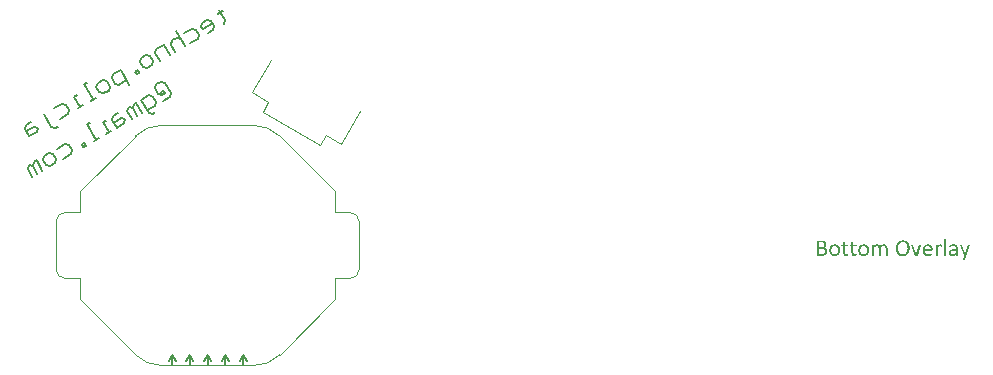
<source format=gbo>
G04*
G04 #@! TF.GenerationSoftware,Altium Limited,Altium Designer,20.1.14 (287)*
G04*
G04 Layer_Color=32896*
%FSLAX44Y44*%
%MOMM*%
G71*
G04*
G04 #@! TF.SameCoordinates,555A517A-9F76-4A69-B8FD-E90865B7C856*
G04*
G04*
G04 #@! TF.FilePolarity,Positive*
G04*
G01*
G75*
%ADD10C,0.1500*%
%ADD14C,0.1000*%
%ADD31C,0.2000*%
G36*
X620591Y-29103D02*
X620614D01*
X620683Y-29126D01*
X620799Y-29150D01*
X620915Y-29173D01*
X620938D01*
X621030Y-29196D01*
X621123Y-29219D01*
X621239Y-29265D01*
X621262D01*
X621331Y-29288D01*
X621400Y-29311D01*
X621447Y-29358D01*
X621470D01*
X621493Y-29381D01*
X621539Y-29450D01*
X621562Y-29474D01*
Y-29566D01*
Y-29589D01*
X621586Y-29612D01*
Y-29682D01*
Y-29774D01*
Y-29797D01*
X621609Y-29867D01*
Y-29959D01*
Y-30121D01*
Y-30168D01*
Y-30260D01*
Y-30376D01*
X621586Y-30492D01*
Y-30515D01*
Y-30561D01*
X621539Y-30723D01*
Y-30746D01*
X621516Y-30769D01*
X621470Y-30862D01*
X621447Y-30885D01*
X621354Y-30908D01*
X621285D01*
X621146Y-30862D01*
X621123D01*
X621077Y-30839D01*
X620984Y-30793D01*
X620891Y-30769D01*
X620868D01*
X620799Y-30746D01*
X620706Y-30700D01*
X620568Y-30677D01*
X620544D01*
X620452Y-30654D01*
X620313Y-30631D01*
X620128D01*
X620012Y-30654D01*
X619873Y-30677D01*
X619688Y-30746D01*
X619642Y-30769D01*
X619549Y-30816D01*
X619387Y-30931D01*
X619179Y-31070D01*
X619133Y-31116D01*
X619017Y-31232D01*
X618832Y-31440D01*
X618624Y-31695D01*
X618601Y-31718D01*
X618577Y-31764D01*
X618508Y-31834D01*
X618439Y-31949D01*
X618346Y-32088D01*
X618254Y-32250D01*
X617999Y-32620D01*
Y-38544D01*
Y-38567D01*
Y-38590D01*
X617953Y-38683D01*
X617930Y-38706D01*
X617814Y-38776D01*
X617791D01*
X617744Y-38799D01*
X617675D01*
X617559Y-38822D01*
X617467D01*
X617328Y-38845D01*
X616888D01*
X616749Y-38822D01*
X616726D01*
X616680Y-38799D01*
X616518Y-38776D01*
X616495D01*
X616472Y-38752D01*
X616379Y-38683D01*
Y-38637D01*
X616356Y-38544D01*
Y-29543D01*
Y-29520D01*
Y-29497D01*
X616379Y-29404D01*
X616402Y-29381D01*
X616449Y-29335D01*
X616495Y-29311D01*
X616518D01*
X616564Y-29288D01*
X616634Y-29265D01*
X616726Y-29242D01*
X616749D01*
X616819Y-29219D01*
X617328D01*
X617444Y-29242D01*
X617467D01*
X617536Y-29265D01*
X617606Y-29288D01*
X617675Y-29311D01*
X617698D01*
X617721Y-29335D01*
X617768Y-29358D01*
X617791Y-29404D01*
X617814Y-29427D01*
X617837Y-29543D01*
Y-30862D01*
X617860Y-30839D01*
X617906Y-30769D01*
X617976Y-30677D01*
X618068Y-30538D01*
X618277Y-30260D01*
X618531Y-29983D01*
X618554Y-29959D01*
X618577Y-29913D01*
X618740Y-29774D01*
X618925Y-29612D01*
X619133Y-29450D01*
X619156D01*
X619179Y-29427D01*
X619318Y-29335D01*
X619503Y-29242D01*
X619711Y-29173D01*
X619734D01*
X619758Y-29150D01*
X619896Y-29126D01*
X620082Y-29103D01*
X620290Y-29080D01*
X620475D01*
X620591Y-29103D01*
D02*
G37*
G36*
X572924Y-29103D02*
X573132Y-29127D01*
X573363Y-29150D01*
X573618Y-29219D01*
X573849Y-29288D01*
X574080Y-29404D01*
X574104Y-29427D01*
X574173Y-29450D01*
X574289Y-29520D01*
X574427Y-29612D01*
X574566Y-29728D01*
X574728Y-29867D01*
X574890Y-30029D01*
X575029Y-30214D01*
X575052Y-30237D01*
X575099Y-30307D01*
X575145Y-30422D01*
X575237Y-30561D01*
X575330Y-30723D01*
X575399Y-30931D01*
X575492Y-31163D01*
X575561Y-31417D01*
Y-31440D01*
X575584Y-31533D01*
X575608Y-31672D01*
X575654Y-31857D01*
X575677Y-32065D01*
X575700Y-32297D01*
X575723Y-32852D01*
Y-38544D01*
Y-38567D01*
Y-38591D01*
X575677Y-38683D01*
X575654Y-38706D01*
X575538Y-38776D01*
X575515D01*
X575469Y-38799D01*
X575399D01*
X575284Y-38822D01*
X575168D01*
X575052Y-38845D01*
X574613D01*
X574474Y-38822D01*
X574451D01*
X574381Y-38799D01*
X574289D01*
X574219Y-38776D01*
X574196D01*
X574173Y-38752D01*
X574080Y-38683D01*
Y-38637D01*
X574057Y-38544D01*
Y-33083D01*
Y-33060D01*
Y-32991D01*
Y-32875D01*
X574034Y-32736D01*
X574011Y-32389D01*
X573942Y-32042D01*
Y-32019D01*
X573918Y-31950D01*
X573895Y-31880D01*
X573872Y-31764D01*
X573756Y-31487D01*
X573618Y-31232D01*
Y-31209D01*
X573571Y-31163D01*
X573479Y-31024D01*
X573294Y-30862D01*
X573062Y-30700D01*
X573039D01*
X572993Y-30677D01*
X572924Y-30631D01*
X572831Y-30607D01*
X572576Y-30538D01*
X572276Y-30515D01*
X572183D01*
X572067Y-30538D01*
X571905Y-30561D01*
X571743Y-30631D01*
X571535Y-30700D01*
X571327Y-30816D01*
X571119Y-30978D01*
X571096Y-31001D01*
X571026Y-31047D01*
X570910Y-31163D01*
X570748Y-31302D01*
X570563Y-31487D01*
X570355Y-31695D01*
X570124Y-31950D01*
X569869Y-32250D01*
Y-38544D01*
Y-38567D01*
Y-38591D01*
X569823Y-38683D01*
X569800Y-38706D01*
X569684Y-38776D01*
X569661D01*
X569614Y-38799D01*
X569545D01*
X569429Y-38822D01*
X569314D01*
X569198Y-38845D01*
X568782D01*
X568643Y-38822D01*
X568619D01*
X568550Y-38799D01*
X568458D01*
X568388Y-38776D01*
X568365D01*
X568342Y-38752D01*
X568249Y-38683D01*
Y-38637D01*
X568226Y-38544D01*
Y-33083D01*
Y-33060D01*
Y-32991D01*
Y-32875D01*
X568203Y-32736D01*
X568180Y-32389D01*
X568111Y-32042D01*
Y-32019D01*
X568087Y-31950D01*
X568064Y-31880D01*
X568018Y-31764D01*
X567925Y-31487D01*
X567763Y-31232D01*
Y-31209D01*
X567717Y-31163D01*
X567625Y-31024D01*
X567439Y-30862D01*
X567208Y-30700D01*
X567185D01*
X567162Y-30677D01*
X567092Y-30631D01*
X567000Y-30607D01*
X566745Y-30538D01*
X566421Y-30515D01*
X566329D01*
X566213Y-30538D01*
X566051Y-30561D01*
X565889Y-30631D01*
X565681Y-30700D01*
X565473Y-30816D01*
X565264Y-30978D01*
X565241Y-31001D01*
X565172Y-31047D01*
X565056Y-31163D01*
X564894Y-31302D01*
X564709Y-31487D01*
X564501Y-31695D01*
X564269Y-31950D01*
X564015Y-32250D01*
Y-38544D01*
Y-38567D01*
Y-38591D01*
X563969Y-38683D01*
X563945Y-38706D01*
X563830Y-38776D01*
X563806D01*
X563760Y-38799D01*
X563691D01*
X563575Y-38822D01*
X563483D01*
X563344Y-38845D01*
X562904D01*
X562765Y-38822D01*
X562742D01*
X562696Y-38799D01*
X562534Y-38776D01*
X562511D01*
X562488Y-38752D01*
X562395Y-38683D01*
Y-38637D01*
X562372Y-38544D01*
Y-29543D01*
Y-29520D01*
Y-29497D01*
X562395Y-29404D01*
X562418Y-29381D01*
X562464Y-29335D01*
X562511Y-29312D01*
X562534D01*
X562580Y-29288D01*
X562650Y-29265D01*
X562742Y-29242D01*
X562765D01*
X562835Y-29219D01*
X563344D01*
X563460Y-29242D01*
X563483D01*
X563552Y-29265D01*
X563621Y-29288D01*
X563691Y-29312D01*
X563714D01*
X563737Y-29335D01*
X563783Y-29358D01*
X563806Y-29404D01*
X563830Y-29427D01*
X563853Y-29543D01*
Y-30723D01*
X563876Y-30677D01*
X563992Y-30584D01*
X564131Y-30445D01*
X564316Y-30260D01*
X564524Y-30052D01*
X564778Y-29844D01*
X565033Y-29659D01*
X565311Y-29497D01*
X565334Y-29474D01*
X565426Y-29427D01*
X565588Y-29358D01*
X565773Y-29288D01*
X565982Y-29219D01*
X566236Y-29150D01*
X566491Y-29103D01*
X566768Y-29080D01*
X566977D01*
X567092Y-29103D01*
X567416Y-29127D01*
X567763Y-29219D01*
X567786D01*
X567833Y-29242D01*
X567925Y-29265D01*
X568041Y-29312D01*
X568296Y-29427D01*
X568550Y-29589D01*
X568573D01*
X568619Y-29636D01*
X568758Y-29751D01*
X568943Y-29913D01*
X569129Y-30145D01*
X569152Y-30168D01*
X569175Y-30191D01*
X569221Y-30260D01*
X569267Y-30353D01*
X569406Y-30584D01*
X569545Y-30862D01*
X569568Y-30839D01*
X569614Y-30769D01*
X569707Y-30700D01*
X569823Y-30584D01*
X570077Y-30307D01*
X570378Y-30052D01*
X570401Y-30029D01*
X570448Y-29983D01*
X570540Y-29936D01*
X570633Y-29844D01*
X570887Y-29682D01*
X571165Y-29497D01*
X571188D01*
X571234Y-29450D01*
X571304Y-29427D01*
X571396Y-29381D01*
X571651Y-29288D01*
X571905Y-29196D01*
X571928D01*
X571975Y-29173D01*
X572044Y-29150D01*
X572137Y-29127D01*
X572345Y-29103D01*
X572623Y-29080D01*
X572761D01*
X572924Y-29103D01*
D02*
G37*
G36*
X644910Y-29242D02*
X645049Y-29265D01*
X645072D01*
X645142Y-29288D01*
X645234Y-29311D01*
X645303Y-29358D01*
X645327Y-29381D01*
X645350Y-29404D01*
X645373Y-29474D01*
X645396Y-29543D01*
Y-29566D01*
Y-29612D01*
X645373Y-29728D01*
X645327Y-29844D01*
X642110Y-38776D01*
X640907Y-42061D01*
X640884Y-42084D01*
X640838Y-42154D01*
X640745Y-42246D01*
X640583Y-42316D01*
X640537Y-42339D01*
X640398Y-42362D01*
X640305Y-42385D01*
X640190D01*
X640028Y-42408D01*
X639704D01*
X639565Y-42385D01*
X639426Y-42362D01*
X639403D01*
X639357Y-42339D01*
X639195Y-42270D01*
X639172D01*
X639148Y-42223D01*
X639102Y-42200D01*
X639079Y-42131D01*
Y-42108D01*
Y-42061D01*
X639102Y-41992D01*
X639148Y-41899D01*
X640375Y-38776D01*
X640329Y-38752D01*
X640282Y-38706D01*
X640213Y-38660D01*
Y-38637D01*
X640167Y-38590D01*
X640097Y-38475D01*
X636904Y-29867D01*
X636881Y-29821D01*
X636858Y-29751D01*
X636834Y-29636D01*
X636811Y-29543D01*
Y-29520D01*
Y-29474D01*
X636834Y-29404D01*
X636881Y-29358D01*
X636904Y-29335D01*
X636950Y-29311D01*
X637043Y-29288D01*
X637158Y-29265D01*
X637182D01*
X637297Y-29242D01*
X637436Y-29219D01*
X637968D01*
X638107Y-29242D01*
X638130D01*
X638200Y-29265D01*
X638292Y-29288D01*
X638362Y-29311D01*
X638385D01*
X638431Y-29335D01*
X638477Y-29358D01*
X638524Y-29427D01*
Y-29450D01*
X638547Y-29474D01*
X638616Y-29612D01*
X641185Y-36832D01*
X641208D01*
X643707Y-29589D01*
Y-29566D01*
X643730Y-29474D01*
X643776Y-29404D01*
X643823Y-29335D01*
X643846D01*
X643892Y-29311D01*
X643961Y-29288D01*
X644077Y-29265D01*
X644123D01*
X644216Y-29242D01*
X644378Y-29219D01*
X644748D01*
X644910Y-29242D01*
D02*
G37*
G36*
X603907D02*
X604000D01*
X604138Y-29288D01*
X604162D01*
X604185Y-29311D01*
X604231Y-29358D01*
X604254Y-29404D01*
X604277Y-29427D01*
X604300Y-29520D01*
Y-29543D01*
X604277Y-29612D01*
Y-29636D01*
Y-29705D01*
Y-29728D01*
X604254Y-29821D01*
X604231Y-29844D01*
X604208Y-29936D01*
X601153Y-38498D01*
Y-38521D01*
X601130Y-38567D01*
X601038Y-38683D01*
X601015D01*
X600992Y-38729D01*
X600922Y-38752D01*
X600830Y-38776D01*
X600806D01*
X600737Y-38799D01*
X600644D01*
X600506Y-38822D01*
X600367D01*
X600228Y-38845D01*
X599673D01*
X599511Y-38822D01*
X599487D01*
X599395Y-38799D01*
X599302D01*
X599187Y-38776D01*
X599164D01*
X599117Y-38752D01*
X599002Y-38660D01*
Y-38637D01*
X598955Y-38614D01*
X598886Y-38498D01*
X595831Y-29936D01*
Y-29913D01*
X595808Y-29867D01*
X595762Y-29728D01*
Y-29705D01*
Y-29682D01*
X595739Y-29589D01*
Y-29566D01*
Y-29520D01*
Y-29497D01*
Y-29474D01*
X595762Y-29381D01*
Y-29358D01*
X595808Y-29335D01*
X595901Y-29288D01*
X595924D01*
X595970Y-29265D01*
X596040Y-29242D01*
X596179D01*
X596271Y-29219D01*
X596850D01*
X596988Y-29242D01*
X597012D01*
X597104Y-29265D01*
X597174Y-29288D01*
X597266Y-29311D01*
X597289D01*
X597312Y-29335D01*
X597405Y-29404D01*
X597428Y-29427D01*
X597497Y-29543D01*
X600043Y-36971D01*
X600089Y-37086D01*
X600112Y-36971D01*
X602611Y-29543D01*
Y-29520D01*
X602635Y-29497D01*
X602681Y-29404D01*
Y-29381D01*
X602727Y-29358D01*
X602820Y-29311D01*
X602843D01*
X602889Y-29288D01*
X602981Y-29265D01*
X603097Y-29242D01*
X603120D01*
X603213Y-29219D01*
X603791D01*
X603907Y-29242D01*
D02*
G37*
G36*
X520374Y-25864D02*
X520675Y-25887D01*
X520999Y-25933D01*
X521300Y-26003D01*
X521600Y-26072D01*
X521623D01*
X521716Y-26118D01*
X521855Y-26165D01*
X522040Y-26234D01*
X522433Y-26442D01*
X522642Y-26581D01*
X522827Y-26720D01*
X522850Y-26743D01*
X522919Y-26789D01*
X523012Y-26882D01*
X523104Y-26998D01*
X523243Y-27160D01*
X523359Y-27345D01*
X523475Y-27530D01*
X523590Y-27761D01*
X523613Y-27784D01*
X523637Y-27877D01*
X523683Y-27993D01*
X523729Y-28155D01*
X523775Y-28363D01*
X523798Y-28594D01*
X523845Y-28849D01*
Y-29127D01*
Y-29150D01*
Y-29196D01*
Y-29288D01*
X523822Y-29404D01*
X523798Y-29682D01*
X523729Y-30006D01*
Y-30029D01*
X523706Y-30075D01*
X523683Y-30168D01*
X523637Y-30260D01*
X523544Y-30515D01*
X523382Y-30793D01*
Y-30816D01*
X523336Y-30839D01*
X523243Y-31001D01*
X523081Y-31209D01*
X522850Y-31417D01*
X522827D01*
X522803Y-31463D01*
X522734Y-31510D01*
X522642Y-31579D01*
X522410Y-31718D01*
X522109Y-31880D01*
X522132D01*
X522202Y-31903D01*
X522295Y-31926D01*
X522433Y-31950D01*
X522757Y-32065D01*
X523104Y-32250D01*
X523128D01*
X523174Y-32297D01*
X523266Y-32343D01*
X523382Y-32435D01*
X523637Y-32644D01*
X523891Y-32921D01*
X523914Y-32945D01*
X523960Y-32991D01*
X524007Y-33083D01*
X524099Y-33199D01*
X524169Y-33338D01*
X524261Y-33500D01*
X524446Y-33893D01*
Y-33916D01*
X524470Y-33986D01*
X524516Y-34101D01*
X524562Y-34240D01*
X524585Y-34425D01*
X524632Y-34611D01*
X524655Y-35073D01*
Y-35096D01*
Y-35189D01*
Y-35305D01*
X524632Y-35443D01*
X524608Y-35629D01*
X524585Y-35814D01*
X524493Y-36207D01*
Y-36230D01*
X524470Y-36300D01*
X524423Y-36392D01*
X524377Y-36508D01*
X524238Y-36809D01*
X524053Y-37133D01*
X524030Y-37156D01*
X524007Y-37202D01*
X523937Y-37271D01*
X523868Y-37387D01*
X523660Y-37619D01*
X523382Y-37850D01*
X523359Y-37873D01*
X523313Y-37896D01*
X523220Y-37966D01*
X523128Y-38035D01*
X522989Y-38105D01*
X522827Y-38197D01*
X522480Y-38359D01*
X522456D01*
X522387Y-38382D01*
X522295Y-38428D01*
X522156Y-38475D01*
X522017Y-38521D01*
X521832Y-38591D01*
X521415Y-38683D01*
X521392D01*
X521323Y-38706D01*
X521207D01*
X521045Y-38729D01*
X520860Y-38752D01*
X520628D01*
X520397Y-38776D01*
X516695D01*
X516602Y-38752D01*
X516463Y-38706D01*
X516301Y-38637D01*
X516278Y-38614D01*
X516209Y-38498D01*
X516139Y-38336D01*
X516116Y-38081D01*
Y-26558D01*
Y-26535D01*
Y-26489D01*
X516139Y-26350D01*
X516186Y-26165D01*
X516301Y-26003D01*
X516348Y-25979D01*
X516440Y-25910D01*
X516579Y-25864D01*
X516741Y-25841D01*
X520119D01*
X520374Y-25864D01*
D02*
G37*
G36*
X631998Y-29103D02*
X632253Y-29126D01*
X632531Y-29173D01*
X632808Y-29242D01*
X633063Y-29311D01*
X633086D01*
X633178Y-29358D01*
X633294Y-29404D01*
X633456Y-29474D01*
X633826Y-29682D01*
X634011Y-29821D01*
X634174Y-29959D01*
X634197Y-29983D01*
X634243Y-30029D01*
X634312Y-30121D01*
X634405Y-30237D01*
X634497Y-30399D01*
X634613Y-30584D01*
X634706Y-30793D01*
X634775Y-31024D01*
Y-31047D01*
X634798Y-31140D01*
X634845Y-31255D01*
X634891Y-31440D01*
X634914Y-31649D01*
X634960Y-31903D01*
X634983Y-32181D01*
Y-32482D01*
Y-38567D01*
Y-38590D01*
Y-38637D01*
X634937Y-38683D01*
X634891Y-38729D01*
X634868D01*
X634845Y-38752D01*
X634775Y-38776D01*
X634659Y-38799D01*
X634636D01*
X634567Y-38822D01*
X634428Y-38845D01*
X634127D01*
X633988Y-38822D01*
X633849Y-38799D01*
X633826D01*
X633757Y-38776D01*
X633688Y-38752D01*
X633618Y-38729D01*
X633595Y-38683D01*
X633572Y-38637D01*
X633549Y-38567D01*
Y-37665D01*
X633526Y-37688D01*
X633456Y-37757D01*
X633317Y-37873D01*
X633178Y-38012D01*
X632970Y-38174D01*
X632739Y-38336D01*
X632507Y-38498D01*
X632230Y-38637D01*
X632207Y-38660D01*
X632114Y-38683D01*
X631952Y-38729D01*
X631767Y-38799D01*
X631536Y-38868D01*
X631281Y-38914D01*
X631003Y-38937D01*
X630703Y-38961D01*
X630448D01*
X630263Y-38937D01*
X630078Y-38914D01*
X629846Y-38891D01*
X629407Y-38776D01*
X629384D01*
X629314Y-38752D01*
X629198Y-38706D01*
X629083Y-38660D01*
X628759Y-38498D01*
X628435Y-38266D01*
X628412Y-38243D01*
X628366Y-38197D01*
X628296Y-38128D01*
X628204Y-38012D01*
X628111Y-37896D01*
X627995Y-37734D01*
X627810Y-37387D01*
Y-37364D01*
X627787Y-37295D01*
X627741Y-37202D01*
X627718Y-37040D01*
X627671Y-36878D01*
X627625Y-36693D01*
X627602Y-36230D01*
Y-36207D01*
Y-36114D01*
X627625Y-35976D01*
X627648Y-35791D01*
X627671Y-35582D01*
X627741Y-35374D01*
X627810Y-35143D01*
X627903Y-34934D01*
X627926Y-34911D01*
X627949Y-34842D01*
X628018Y-34726D01*
X628134Y-34587D01*
X628250Y-34448D01*
X628412Y-34286D01*
X628574Y-34125D01*
X628782Y-33986D01*
X628805Y-33963D01*
X628898Y-33916D01*
X629013Y-33847D01*
X629175Y-33777D01*
X629384Y-33685D01*
X629615Y-33592D01*
X629893Y-33500D01*
X630193Y-33430D01*
X630240D01*
X630355Y-33407D01*
X630517Y-33361D01*
X630749Y-33338D01*
X631026Y-33291D01*
X631351Y-33268D01*
X631721Y-33245D01*
X633340D01*
Y-32551D01*
Y-32528D01*
Y-32459D01*
Y-32366D01*
X633317Y-32250D01*
X633294Y-31949D01*
X633225Y-31649D01*
Y-31625D01*
X633202Y-31579D01*
X633178Y-31510D01*
X633132Y-31417D01*
X633017Y-31186D01*
X632854Y-30978D01*
Y-30954D01*
X632808Y-30931D01*
X632692Y-30816D01*
X632484Y-30677D01*
X632230Y-30561D01*
X632207D01*
X632160Y-30538D01*
X632068Y-30515D01*
X631975Y-30492D01*
X631836Y-30468D01*
X631674Y-30445D01*
X631281Y-30422D01*
X631050D01*
X630911Y-30445D01*
X630541Y-30492D01*
X630170Y-30584D01*
X630147D01*
X630101Y-30607D01*
X630008Y-30631D01*
X629893Y-30677D01*
X629615Y-30769D01*
X629337Y-30908D01*
X629314D01*
X629268Y-30931D01*
X629198Y-30954D01*
X629129Y-31001D01*
X628921Y-31093D01*
X628713Y-31209D01*
X628666Y-31232D01*
X628574Y-31278D01*
X628458Y-31325D01*
X628366Y-31348D01*
X628319D01*
X628204Y-31325D01*
X628180Y-31302D01*
X628111Y-31209D01*
Y-31186D01*
X628088Y-31140D01*
X628041Y-31001D01*
Y-30978D01*
Y-30908D01*
Y-30816D01*
Y-30723D01*
Y-30700D01*
Y-30677D01*
Y-30584D01*
Y-30445D01*
X628065Y-30330D01*
Y-30306D01*
X628111Y-30237D01*
X628157Y-30145D01*
X628227Y-30052D01*
X628250Y-30029D01*
X628342Y-29959D01*
X628481Y-29867D01*
X628689Y-29751D01*
X628713D01*
X628759Y-29728D01*
X628828Y-29682D01*
X628921Y-29636D01*
X629152Y-29543D01*
X629453Y-29427D01*
X629476D01*
X629522Y-29404D01*
X629615Y-29381D01*
X629731Y-29335D01*
X629869Y-29311D01*
X630032Y-29265D01*
X630402Y-29196D01*
X630425D01*
X630494Y-29173D01*
X630587Y-29150D01*
X630726Y-29126D01*
X630864D01*
X631050Y-29103D01*
X631420Y-29080D01*
X631767D01*
X631998Y-29103D01*
D02*
G37*
G36*
X624709Y-24869D02*
X624733D01*
X624802Y-24892D01*
X624895Y-24915D01*
X624964Y-24938D01*
X624987D01*
X625010Y-24961D01*
X625103Y-25054D01*
X625126Y-25077D01*
X625149Y-25170D01*
Y-38544D01*
Y-38567D01*
Y-38590D01*
X625103Y-38683D01*
X625080Y-38706D01*
X624964Y-38776D01*
X624941D01*
X624895Y-38799D01*
X624825D01*
X624709Y-38822D01*
X624617D01*
X624478Y-38845D01*
X624038D01*
X623900Y-38822D01*
X623876D01*
X623830Y-38799D01*
X623668Y-38776D01*
X623645D01*
X623622Y-38752D01*
X623529Y-38683D01*
Y-38637D01*
X623506Y-38544D01*
Y-25170D01*
Y-25147D01*
Y-25123D01*
X623529Y-25054D01*
Y-25031D01*
X623576Y-25008D01*
X623668Y-24938D01*
X623691D01*
X623738Y-24915D01*
X623807Y-24892D01*
X623900Y-24869D01*
X623923D01*
X624015Y-24846D01*
X624594D01*
X624709Y-24869D01*
D02*
G37*
G36*
X546313Y-26836D02*
X546336D01*
X546406Y-26859D01*
X546498Y-26882D01*
X546568Y-26905D01*
X546591D01*
X546614Y-26928D01*
X546707Y-27021D01*
X546730Y-27044D01*
X546753Y-27136D01*
Y-29265D01*
X549090D01*
X549182Y-29312D01*
X549206D01*
X549229Y-29335D01*
X549298Y-29450D01*
Y-29474D01*
X549321Y-29497D01*
X549344Y-29566D01*
X549368Y-29659D01*
Y-29682D01*
X549391Y-29728D01*
Y-29844D01*
Y-29959D01*
Y-29983D01*
Y-30029D01*
Y-30168D01*
X549344Y-30330D01*
X549298Y-30492D01*
X549275Y-30515D01*
X549229Y-30561D01*
X549159Y-30607D01*
X549044Y-30631D01*
X546753D01*
Y-35652D01*
Y-35698D01*
Y-35814D01*
X546776Y-35976D01*
Y-36184D01*
X546869Y-36647D01*
X546915Y-36855D01*
X547007Y-37063D01*
X547030Y-37086D01*
X547054Y-37133D01*
X547123Y-37202D01*
X547239Y-37295D01*
X547378Y-37387D01*
X547539Y-37457D01*
X547748Y-37503D01*
X548002Y-37526D01*
X548257D01*
X548396Y-37503D01*
X548419D01*
X548511Y-37480D01*
X548604Y-37434D01*
X548720Y-37410D01*
X548743Y-37387D01*
X548812Y-37364D01*
X548951Y-37295D01*
X548974D01*
X549021Y-37271D01*
X549159Y-37248D01*
X549182D01*
X549252Y-37295D01*
X549275Y-37318D01*
X549321Y-37387D01*
Y-37410D01*
X549344Y-37434D01*
X549368Y-37572D01*
Y-37596D01*
X549391Y-37642D01*
Y-37757D01*
Y-37873D01*
Y-37919D01*
Y-38035D01*
X549368Y-38174D01*
X549344Y-38336D01*
Y-38359D01*
X549321Y-38428D01*
X549275Y-38521D01*
X549206Y-38591D01*
X549182D01*
X549159Y-38637D01*
X549090Y-38683D01*
X548974Y-38729D01*
X548951D01*
X548858Y-38752D01*
X548743Y-38776D01*
X548604Y-38822D01*
X548581D01*
X548488Y-38845D01*
X548349Y-38868D01*
X548187Y-38891D01*
X548141D01*
X548049Y-38914D01*
X547887Y-38938D01*
X547470D01*
X547308Y-38914D01*
X547123Y-38891D01*
X546915Y-38868D01*
X546521Y-38776D01*
X546498D01*
X546452Y-38729D01*
X546359Y-38706D01*
X546244Y-38637D01*
X545966Y-38452D01*
X545712Y-38220D01*
X545688Y-38197D01*
X545665Y-38151D01*
X545596Y-38058D01*
X545526Y-37943D01*
X545457Y-37804D01*
X545388Y-37642D01*
X545249Y-37248D01*
Y-37225D01*
X545226Y-37156D01*
X545202Y-37017D01*
X545179Y-36855D01*
X545156Y-36670D01*
X545133Y-36439D01*
X545110Y-36184D01*
Y-35906D01*
Y-30631D01*
X543814D01*
X543745Y-30607D01*
X543652Y-30561D01*
X543583Y-30492D01*
Y-30468D01*
X543560Y-30353D01*
X543536Y-30191D01*
X543513Y-29959D01*
Y-29936D01*
Y-29844D01*
Y-29751D01*
X543536Y-29659D01*
Y-29636D01*
X543560Y-29589D01*
Y-29520D01*
X543583Y-29450D01*
Y-29427D01*
X543606Y-29404D01*
X543698Y-29312D01*
X543722D01*
X543745Y-29288D01*
X543837Y-29265D01*
X545110D01*
Y-27136D01*
Y-27113D01*
Y-27090D01*
X545133Y-27021D01*
Y-26998D01*
X545179Y-26974D01*
X545272Y-26905D01*
X545295D01*
X545341Y-26882D01*
X545411Y-26859D01*
X545503Y-26836D01*
X545526D01*
X545619Y-26813D01*
X546198D01*
X546313Y-26836D01*
D02*
G37*
G36*
X539464D02*
X539487D01*
X539557Y-26859D01*
X539649Y-26882D01*
X539718Y-26905D01*
X539742D01*
X539765Y-26928D01*
X539857Y-27021D01*
X539880Y-27044D01*
X539903Y-27136D01*
Y-29265D01*
X542241D01*
X542333Y-29312D01*
X542356D01*
X542379Y-29335D01*
X542449Y-29450D01*
Y-29474D01*
X542472Y-29497D01*
X542495Y-29566D01*
X542518Y-29659D01*
Y-29682D01*
X542541Y-29728D01*
Y-29844D01*
Y-29959D01*
Y-29983D01*
Y-30029D01*
Y-30168D01*
X542495Y-30330D01*
X542449Y-30492D01*
X542426Y-30515D01*
X542379Y-30561D01*
X542310Y-30607D01*
X542194Y-30631D01*
X539903D01*
Y-35652D01*
Y-35698D01*
Y-35814D01*
X539927Y-35976D01*
Y-36184D01*
X540019Y-36647D01*
X540065Y-36855D01*
X540158Y-37063D01*
X540181Y-37086D01*
X540204Y-37133D01*
X540274Y-37202D01*
X540390Y-37295D01*
X540528Y-37387D01*
X540690Y-37457D01*
X540899Y-37503D01*
X541153Y-37526D01*
X541408D01*
X541546Y-37503D01*
X541570D01*
X541662Y-37480D01*
X541755Y-37434D01*
X541870Y-37410D01*
X541894Y-37387D01*
X541963Y-37364D01*
X542102Y-37295D01*
X542125D01*
X542171Y-37271D01*
X542310Y-37248D01*
X542333D01*
X542403Y-37295D01*
X542426Y-37318D01*
X542472Y-37387D01*
Y-37410D01*
X542495Y-37434D01*
X542518Y-37572D01*
Y-37596D01*
X542541Y-37642D01*
Y-37757D01*
Y-37873D01*
Y-37919D01*
Y-38035D01*
X542518Y-38174D01*
X542495Y-38336D01*
Y-38359D01*
X542472Y-38428D01*
X542426Y-38521D01*
X542356Y-38591D01*
X542333D01*
X542310Y-38637D01*
X542241Y-38683D01*
X542125Y-38729D01*
X542102D01*
X542009Y-38752D01*
X541894Y-38776D01*
X541755Y-38822D01*
X541732D01*
X541639Y-38845D01*
X541500Y-38868D01*
X541338Y-38891D01*
X541292D01*
X541199Y-38914D01*
X541037Y-38938D01*
X540621D01*
X540459Y-38914D01*
X540274Y-38891D01*
X540065Y-38868D01*
X539672Y-38776D01*
X539649D01*
X539603Y-38729D01*
X539510Y-38706D01*
X539394Y-38637D01*
X539117Y-38452D01*
X538862Y-38220D01*
X538839Y-38197D01*
X538816Y-38151D01*
X538747Y-38058D01*
X538677Y-37943D01*
X538608Y-37804D01*
X538538Y-37642D01*
X538400Y-37248D01*
Y-37225D01*
X538376Y-37156D01*
X538353Y-37017D01*
X538330Y-36855D01*
X538307Y-36670D01*
X538284Y-36439D01*
X538261Y-36184D01*
Y-35906D01*
Y-30631D01*
X536965D01*
X536895Y-30607D01*
X536803Y-30561D01*
X536733Y-30492D01*
Y-30468D01*
X536710Y-30353D01*
X536687Y-30191D01*
X536664Y-29959D01*
Y-29936D01*
Y-29844D01*
Y-29751D01*
X536687Y-29659D01*
Y-29636D01*
X536710Y-29589D01*
Y-29520D01*
X536733Y-29450D01*
Y-29427D01*
X536757Y-29404D01*
X536849Y-29312D01*
X536872D01*
X536895Y-29288D01*
X536988Y-29265D01*
X538261D01*
Y-27136D01*
Y-27113D01*
Y-27090D01*
X538284Y-27021D01*
Y-26998D01*
X538330Y-26974D01*
X538423Y-26905D01*
X538446D01*
X538492Y-26882D01*
X538562Y-26859D01*
X538654Y-26836D01*
X538677D01*
X538770Y-26813D01*
X539348D01*
X539464Y-26836D01*
D02*
G37*
G36*
X610247Y-29103D02*
X610502Y-29126D01*
X610779Y-29173D01*
X611080Y-29219D01*
X611381Y-29311D01*
X611682Y-29427D01*
X611705Y-29450D01*
X611821Y-29497D01*
X611960Y-29566D01*
X612122Y-29682D01*
X612307Y-29797D01*
X612515Y-29959D01*
X612723Y-30145D01*
X612908Y-30353D01*
X612932Y-30376D01*
X612978Y-30445D01*
X613070Y-30584D01*
X613186Y-30746D01*
X613302Y-30931D01*
X613417Y-31163D01*
X613533Y-31417D01*
X613626Y-31695D01*
Y-31718D01*
X613672Y-31834D01*
X613695Y-31973D01*
X613741Y-32181D01*
X613788Y-32435D01*
X613811Y-32713D01*
X613857Y-33014D01*
Y-33338D01*
Y-33639D01*
Y-33662D01*
Y-33708D01*
X613834Y-33847D01*
X613764Y-34032D01*
X613649Y-34194D01*
X613626Y-34217D01*
X613533Y-34263D01*
X613394Y-34333D01*
X613209Y-34356D01*
X607285D01*
Y-34379D01*
Y-34495D01*
Y-34634D01*
X607309Y-34819D01*
Y-35027D01*
X607355Y-35258D01*
X607424Y-35721D01*
Y-35744D01*
X607448Y-35814D01*
X607494Y-35929D01*
X607540Y-36068D01*
X607702Y-36415D01*
X607933Y-36762D01*
X607957Y-36786D01*
X608003Y-36832D01*
X608072Y-36901D01*
X608188Y-36994D01*
X608304Y-37109D01*
X608466Y-37202D01*
X608836Y-37410D01*
X608859D01*
X608928Y-37434D01*
X609067Y-37480D01*
X609229Y-37503D01*
X609437Y-37549D01*
X609669Y-37596D01*
X609923Y-37619D01*
X610456D01*
X610617Y-37596D01*
X610988Y-37572D01*
X611358Y-37526D01*
X611381D01*
X611451Y-37503D01*
X611543Y-37480D01*
X611659Y-37457D01*
X611936Y-37387D01*
X612237Y-37295D01*
X612260D01*
X612307Y-37271D01*
X612446Y-37202D01*
X612654Y-37133D01*
X612839Y-37063D01*
X612862D01*
X612885Y-37040D01*
X612978Y-36994D01*
X613093Y-36971D01*
X613209Y-36948D01*
X613255D01*
X613325Y-36994D01*
X613348D01*
X613371Y-37017D01*
X613417Y-37109D01*
Y-37133D01*
X613441Y-37156D01*
X613464Y-37295D01*
Y-37318D01*
X613487Y-37364D01*
Y-37480D01*
Y-37596D01*
Y-37619D01*
Y-37665D01*
X613464Y-37827D01*
Y-37850D01*
Y-37873D01*
X613441Y-38012D01*
X613417Y-38058D01*
X613371Y-38151D01*
X613348Y-38174D01*
X613302Y-38243D01*
X613255Y-38290D01*
X613140Y-38336D01*
X612978Y-38428D01*
X612955D01*
X612932Y-38452D01*
X612862Y-38475D01*
X612793Y-38498D01*
X612561Y-38567D01*
X612260Y-38660D01*
X612237D01*
X612191Y-38683D01*
X612099Y-38706D01*
X611983Y-38729D01*
X611844Y-38752D01*
X611659Y-38799D01*
X611265Y-38868D01*
X611242D01*
X611173Y-38891D01*
X611057D01*
X610918Y-38914D01*
X610733Y-38937D01*
X610525D01*
X610062Y-38961D01*
X609877D01*
X609669Y-38937D01*
X609414Y-38914D01*
X609090Y-38891D01*
X608766Y-38822D01*
X608442Y-38752D01*
X608119Y-38660D01*
X608072Y-38637D01*
X607980Y-38614D01*
X607818Y-38521D01*
X607633Y-38428D01*
X607401Y-38313D01*
X607170Y-38151D01*
X606938Y-37966D01*
X606707Y-37757D01*
X606684Y-37734D01*
X606614Y-37642D01*
X606522Y-37503D01*
X606383Y-37341D01*
X606244Y-37109D01*
X606105Y-36855D01*
X605966Y-36554D01*
X605851Y-36230D01*
Y-36184D01*
X605805Y-36068D01*
X605758Y-35883D01*
X605712Y-35605D01*
X605666Y-35305D01*
X605619Y-34934D01*
X605596Y-34518D01*
X605573Y-34078D01*
Y-34055D01*
Y-34032D01*
Y-33893D01*
X605596Y-33662D01*
X605619Y-33384D01*
X605643Y-33060D01*
X605689Y-32713D01*
X605758Y-32343D01*
X605851Y-31996D01*
X605874Y-31949D01*
X605897Y-31834D01*
X605966Y-31672D01*
X606082Y-31440D01*
X606198Y-31209D01*
X606337Y-30931D01*
X606522Y-30677D01*
X606707Y-30422D01*
X606730Y-30399D01*
X606800Y-30306D01*
X606938Y-30191D01*
X607100Y-30052D01*
X607285Y-29890D01*
X607517Y-29728D01*
X607794Y-29566D01*
X608072Y-29427D01*
X608119Y-29404D01*
X608211Y-29381D01*
X608373Y-29311D01*
X608604Y-29242D01*
X608859Y-29196D01*
X609183Y-29126D01*
X609507Y-29103D01*
X609877Y-29080D01*
X610062D01*
X610247Y-29103D01*
D02*
G37*
G36*
X589237Y-25679D02*
X589584Y-25702D01*
X589977Y-25771D01*
X590394Y-25841D01*
X590810Y-25956D01*
X591227Y-26095D01*
X591250D01*
X591273Y-26118D01*
X591412Y-26165D01*
X591597Y-26280D01*
X591852Y-26419D01*
X592129Y-26604D01*
X592430Y-26813D01*
X592708Y-27067D01*
X592985Y-27368D01*
X593008Y-27414D01*
X593101Y-27507D01*
X593240Y-27692D01*
X593379Y-27923D01*
X593564Y-28224D01*
X593749Y-28571D01*
X593911Y-28965D01*
X594050Y-29404D01*
Y-29427D01*
X594073Y-29450D01*
Y-29520D01*
X594096Y-29612D01*
X594142Y-29728D01*
X594165Y-29867D01*
X594235Y-30191D01*
X594281Y-30607D01*
X594351Y-31093D01*
X594374Y-31602D01*
X594397Y-32181D01*
Y-32204D01*
Y-32250D01*
Y-32343D01*
Y-32435D01*
Y-32574D01*
X594374Y-32736D01*
X594351Y-33106D01*
X594304Y-33546D01*
X594235Y-34032D01*
X594142Y-34518D01*
X594027Y-35004D01*
Y-35027D01*
X594003Y-35050D01*
X593980Y-35120D01*
X593957Y-35212D01*
X593865Y-35443D01*
X593749Y-35744D01*
X593587Y-36068D01*
X593402Y-36439D01*
X593170Y-36786D01*
X592916Y-37133D01*
X592893Y-37179D01*
X592777Y-37271D01*
X592615Y-37434D01*
X592407Y-37642D01*
X592129Y-37850D01*
X591828Y-38081D01*
X591458Y-38290D01*
X591065Y-38498D01*
X591042D01*
X591018Y-38521D01*
X590949Y-38544D01*
X590880Y-38567D01*
X590625Y-38637D01*
X590324Y-38729D01*
X589954Y-38822D01*
X589514Y-38891D01*
X589005Y-38937D01*
X588473Y-38961D01*
X588219D01*
X588103Y-38938D01*
X587964D01*
X587617Y-38914D01*
X587224Y-38868D01*
X586784Y-38776D01*
X586367Y-38683D01*
X585951Y-38544D01*
X585905Y-38521D01*
X585766Y-38452D01*
X585581Y-38359D01*
X585326Y-38220D01*
X585048Y-38035D01*
X584771Y-37827D01*
X584470Y-37572D01*
X584192Y-37271D01*
X584169Y-37225D01*
X584077Y-37133D01*
X583961Y-36948D01*
X583799Y-36693D01*
X583637Y-36392D01*
X583452Y-36045D01*
X583290Y-35652D01*
X583151Y-35212D01*
Y-35189D01*
X583128Y-35166D01*
Y-35096D01*
X583105Y-35004D01*
X583082Y-34888D01*
X583059Y-34749D01*
X582989Y-34402D01*
X582920Y-33986D01*
X582873Y-33500D01*
X582850Y-32968D01*
X582827Y-32389D01*
Y-32366D01*
Y-32320D01*
Y-32250D01*
Y-32135D01*
Y-31996D01*
X582850Y-31834D01*
X582873Y-31463D01*
X582920Y-31047D01*
X582966Y-30561D01*
X583059Y-30098D01*
X583174Y-29612D01*
Y-29589D01*
X583197Y-29566D01*
X583220Y-29497D01*
X583244Y-29404D01*
X583336Y-29173D01*
X583452Y-28872D01*
X583614Y-28548D01*
X583799Y-28201D01*
X584030Y-27854D01*
X584285Y-27507D01*
X584331Y-27460D01*
X584424Y-27368D01*
X584586Y-27206D01*
X584794Y-26998D01*
X585072Y-26789D01*
X585373Y-26558D01*
X585743Y-26350D01*
X586136Y-26142D01*
X586159D01*
X586182Y-26118D01*
X586252Y-26095D01*
X586344Y-26072D01*
X586576Y-25979D01*
X586876Y-25887D01*
X587247Y-25817D01*
X587710Y-25725D01*
X588195Y-25679D01*
X588728Y-25656D01*
X588959Y-25656D01*
X589237Y-25679D01*
D02*
G37*
G36*
X555916Y-29103D02*
X556171Y-29127D01*
X556471Y-29173D01*
X556795Y-29219D01*
X557119Y-29312D01*
X557443Y-29427D01*
X557490Y-29450D01*
X557582Y-29497D01*
X557744Y-29566D01*
X557929Y-29659D01*
X558161Y-29797D01*
X558392Y-29959D01*
X558623Y-30145D01*
X558832Y-30376D01*
X558855Y-30399D01*
X558924Y-30492D01*
X559017Y-30631D01*
X559156Y-30793D01*
X559271Y-31024D01*
X559410Y-31278D01*
X559549Y-31579D01*
X559665Y-31903D01*
X559688Y-31950D01*
X559711Y-32065D01*
X559757Y-32250D01*
X559803Y-32505D01*
X559850Y-32806D01*
X559896Y-33153D01*
X559942Y-33523D01*
Y-33939D01*
Y-33963D01*
Y-33986D01*
Y-34125D01*
X559919Y-34333D01*
X559896Y-34587D01*
X559873Y-34911D01*
X559827Y-35235D01*
X559734Y-35605D01*
X559641Y-35953D01*
X559618Y-35999D01*
X559595Y-36115D01*
X559526Y-36277D01*
X559410Y-36508D01*
X559294Y-36739D01*
X559156Y-37017D01*
X558970Y-37295D01*
X558762Y-37549D01*
X558739Y-37572D01*
X558670Y-37665D01*
X558531Y-37781D01*
X558369Y-37919D01*
X558161Y-38105D01*
X557929Y-38266D01*
X557651Y-38428D01*
X557327Y-38591D01*
X557281Y-38614D01*
X557165Y-38637D01*
X557004Y-38706D01*
X556749Y-38776D01*
X556471Y-38845D01*
X556124Y-38891D01*
X555754Y-38938D01*
X555337Y-38961D01*
X555152D01*
X554944Y-38938D01*
X554690Y-38914D01*
X554366Y-38891D01*
X554042Y-38822D01*
X553718Y-38752D01*
X553394Y-38637D01*
X553348Y-38614D01*
X553255Y-38567D01*
X553093Y-38498D01*
X552908Y-38405D01*
X552700Y-38266D01*
X552468Y-38105D01*
X552237Y-37896D01*
X552005Y-37688D01*
X551982Y-37665D01*
X551913Y-37572D01*
X551820Y-37434D01*
X551705Y-37271D01*
X551566Y-37040D01*
X551450Y-36786D01*
X551311Y-36485D01*
X551196Y-36161D01*
Y-36115D01*
X551149Y-35999D01*
X551126Y-35814D01*
X551080Y-35559D01*
X551034Y-35258D01*
X550987Y-34911D01*
X550964Y-34541D01*
X550941Y-34125D01*
Y-34101D01*
Y-34078D01*
Y-33939D01*
X550964Y-33731D01*
X550987Y-33454D01*
X551011Y-33130D01*
X551057Y-32806D01*
X551126Y-32435D01*
X551219Y-32088D01*
X551242Y-32042D01*
X551265Y-31926D01*
X551334Y-31764D01*
X551427Y-31533D01*
X551543Y-31302D01*
X551705Y-31024D01*
X551867Y-30746D01*
X552075Y-30492D01*
X552098Y-30468D01*
X552191Y-30376D01*
X552306Y-30260D01*
X552468Y-30098D01*
X552677Y-29936D01*
X552931Y-29774D01*
X553209Y-29589D01*
X553509Y-29450D01*
X553556Y-29427D01*
X553671Y-29381D01*
X553834Y-29335D01*
X554088Y-29265D01*
X554389Y-29196D01*
X554713Y-29127D01*
X555106Y-29103D01*
X555523Y-29080D01*
X555708D01*
X555916Y-29103D01*
D02*
G37*
G36*
X531411D02*
X531666Y-29127D01*
X531967Y-29173D01*
X532291Y-29219D01*
X532615Y-29312D01*
X532939Y-29427D01*
X532985Y-29450D01*
X533077Y-29497D01*
X533239Y-29566D01*
X533424Y-29659D01*
X533656Y-29797D01*
X533887Y-29959D01*
X534119Y-30145D01*
X534327Y-30376D01*
X534350Y-30399D01*
X534420Y-30492D01*
X534512Y-30631D01*
X534651Y-30793D01*
X534767Y-31024D01*
X534905Y-31278D01*
X535044Y-31579D01*
X535160Y-31903D01*
X535183Y-31950D01*
X535206Y-32065D01*
X535252Y-32250D01*
X535299Y-32505D01*
X535345Y-32806D01*
X535391Y-33153D01*
X535438Y-33523D01*
Y-33939D01*
Y-33963D01*
Y-33986D01*
Y-34125D01*
X535415Y-34333D01*
X535391Y-34587D01*
X535368Y-34911D01*
X535322Y-35235D01*
X535229Y-35605D01*
X535137Y-35953D01*
X535114Y-35999D01*
X535090Y-36115D01*
X535021Y-36277D01*
X534905Y-36508D01*
X534790Y-36739D01*
X534651Y-37017D01*
X534466Y-37295D01*
X534258Y-37549D01*
X534234Y-37572D01*
X534165Y-37665D01*
X534026Y-37781D01*
X533864Y-37919D01*
X533656Y-38105D01*
X533424Y-38266D01*
X533147Y-38428D01*
X532823Y-38591D01*
X532777Y-38614D01*
X532661Y-38637D01*
X532499Y-38706D01*
X532244Y-38776D01*
X531967Y-38845D01*
X531620Y-38891D01*
X531249Y-38938D01*
X530833Y-38961D01*
X530648D01*
X530439Y-38938D01*
X530185Y-38914D01*
X529861Y-38891D01*
X529537Y-38822D01*
X529213Y-38752D01*
X528889Y-38637D01*
X528843Y-38614D01*
X528750Y-38567D01*
X528588Y-38498D01*
X528403Y-38405D01*
X528195Y-38266D01*
X527964Y-38105D01*
X527732Y-37896D01*
X527501Y-37688D01*
X527478Y-37665D01*
X527408Y-37572D01*
X527316Y-37434D01*
X527200Y-37271D01*
X527061Y-37040D01*
X526945Y-36786D01*
X526807Y-36485D01*
X526691Y-36161D01*
Y-36115D01*
X526645Y-35999D01*
X526622Y-35814D01*
X526575Y-35559D01*
X526529Y-35258D01*
X526483Y-34911D01*
X526460Y-34541D01*
X526436Y-34125D01*
Y-34101D01*
Y-34078D01*
Y-33939D01*
X526460Y-33731D01*
X526483Y-33454D01*
X526506Y-33130D01*
X526552Y-32806D01*
X526622Y-32435D01*
X526714Y-32088D01*
X526737Y-32042D01*
X526760Y-31926D01*
X526830Y-31764D01*
X526922Y-31533D01*
X527038Y-31302D01*
X527200Y-31024D01*
X527362Y-30746D01*
X527570Y-30492D01*
X527593Y-30468D01*
X527686Y-30376D01*
X527802Y-30260D01*
X527964Y-30098D01*
X528172Y-29936D01*
X528426Y-29774D01*
X528704Y-29589D01*
X529005Y-29450D01*
X529051Y-29427D01*
X529167Y-29381D01*
X529329Y-29335D01*
X529583Y-29265D01*
X529884Y-29196D01*
X530208Y-29127D01*
X530602Y-29103D01*
X531018Y-29080D01*
X531203D01*
X531411Y-29103D01*
D02*
G37*
%LPC*%
G36*
X519865Y-27252D02*
X517829D01*
Y-31440D01*
X520027D01*
X520189Y-31417D01*
X520536Y-31371D01*
X520698Y-31325D01*
X520860Y-31278D01*
X520883D01*
X520929Y-31255D01*
X520999Y-31209D01*
X521114Y-31140D01*
X521323Y-31001D01*
X521554Y-30816D01*
X521577Y-30793D01*
X521600Y-30769D01*
X521647Y-30700D01*
X521716Y-30607D01*
X521832Y-30399D01*
X521947Y-30122D01*
Y-30098D01*
X521970Y-30052D01*
X521994Y-29983D01*
X522017Y-29867D01*
X522063Y-29612D01*
X522086Y-29312D01*
Y-29288D01*
Y-29219D01*
Y-29127D01*
X522063Y-29011D01*
X522040Y-28733D01*
X521947Y-28455D01*
Y-28432D01*
X521924Y-28386D01*
X521901Y-28317D01*
X521855Y-28224D01*
X521716Y-28016D01*
X521531Y-27808D01*
X521508Y-27784D01*
X521485Y-27761D01*
X521415Y-27715D01*
X521346Y-27669D01*
X521091Y-27530D01*
X520790Y-27414D01*
X520767D01*
X520721Y-27391D01*
X520605Y-27368D01*
X520490Y-27322D01*
X520304Y-27298D01*
X520119Y-27275D01*
X519865Y-27252D01*
D02*
G37*
G36*
X520189Y-32806D02*
X517829D01*
Y-37364D01*
X520536D01*
X520675Y-37341D01*
X520999Y-37295D01*
X521346Y-37225D01*
X521369D01*
X521415Y-37202D01*
X521508Y-37156D01*
X521600Y-37133D01*
X521855Y-36994D01*
X522109Y-36832D01*
X522132Y-36809D01*
X522179Y-36786D01*
X522318Y-36647D01*
X522480Y-36415D01*
X522642Y-36138D01*
Y-36115D01*
X522665Y-36068D01*
X522711Y-35976D01*
X522757Y-35860D01*
X522780Y-35721D01*
X522827Y-35559D01*
X522850Y-35189D01*
Y-35166D01*
Y-35096D01*
Y-34981D01*
X522827Y-34842D01*
X522780Y-34518D01*
X522665Y-34171D01*
Y-34148D01*
X522642Y-34101D01*
X522595Y-34009D01*
X522526Y-33916D01*
X522364Y-33662D01*
X522109Y-33430D01*
X522086Y-33407D01*
X522040Y-33384D01*
X521970Y-33315D01*
X521878Y-33268D01*
X521739Y-33176D01*
X521600Y-33106D01*
X521230Y-32968D01*
X521207D01*
X521138Y-32945D01*
X521022Y-32921D01*
X520860Y-32875D01*
X520675Y-32852D01*
X520443Y-32829D01*
X520189Y-32806D01*
D02*
G37*
G36*
X633340Y-34425D02*
X631674D01*
X631512Y-34448D01*
X631327D01*
X631119Y-34472D01*
X630726Y-34541D01*
X630703D01*
X630656Y-34564D01*
X630564Y-34587D01*
X630448Y-34634D01*
X630170Y-34726D01*
X629916Y-34888D01*
X629893D01*
X629869Y-34934D01*
X629731Y-35050D01*
X629569Y-35212D01*
X629430Y-35443D01*
Y-35467D01*
X629407Y-35490D01*
X629384Y-35559D01*
X629361Y-35652D01*
X629314Y-35883D01*
X629291Y-36161D01*
Y-36184D01*
Y-36277D01*
X629314Y-36392D01*
X629337Y-36554D01*
X629407Y-36739D01*
X629476Y-36924D01*
X629592Y-37109D01*
X629731Y-37271D01*
X629754Y-37295D01*
X629823Y-37341D01*
X629916Y-37387D01*
X630055Y-37457D01*
X630217Y-37549D01*
X630425Y-37596D01*
X630679Y-37642D01*
X630957Y-37665D01*
X631073D01*
X631189Y-37642D01*
X631351Y-37619D01*
X631536Y-37596D01*
X631744Y-37526D01*
X631952Y-37457D01*
X632160Y-37341D01*
X632183Y-37318D01*
X632253Y-37271D01*
X632369Y-37202D01*
X632507Y-37086D01*
X632692Y-36948D01*
X632901Y-36786D01*
X633109Y-36577D01*
X633340Y-36346D01*
Y-34425D01*
D02*
G37*
G36*
X609808Y-30376D02*
X609576D01*
X609437Y-30399D01*
X609090Y-30468D01*
X608720Y-30607D01*
X608697D01*
X608651Y-30654D01*
X608558Y-30700D01*
X608442Y-30769D01*
X608188Y-30978D01*
X607933Y-31232D01*
X607910Y-31255D01*
X607887Y-31302D01*
X607818Y-31371D01*
X607771Y-31487D01*
X607679Y-31602D01*
X607609Y-31764D01*
X607448Y-32111D01*
Y-32135D01*
X607424Y-32204D01*
X607401Y-32297D01*
X607378Y-32435D01*
X607332Y-32597D01*
X607309Y-32759D01*
X607285Y-33153D01*
X612191D01*
Y-33130D01*
Y-33083D01*
Y-33037D01*
Y-32944D01*
X612168Y-32713D01*
X612122Y-32412D01*
X612052Y-32088D01*
X611936Y-31741D01*
X611798Y-31417D01*
X611589Y-31116D01*
X611566Y-31093D01*
X611474Y-31001D01*
X611335Y-30885D01*
X611150Y-30746D01*
X610895Y-30607D01*
X610594Y-30492D01*
X610224Y-30399D01*
X609808Y-30376D01*
D02*
G37*
G36*
X588635Y-27136D02*
X588450D01*
X588242Y-27160D01*
X587987Y-27183D01*
X587686Y-27252D01*
X587386Y-27322D01*
X587062Y-27437D01*
X586761Y-27576D01*
X586738Y-27599D01*
X586645Y-27645D01*
X586483Y-27738D01*
X586321Y-27877D01*
X586113Y-28039D01*
X585905Y-28224D01*
X585696Y-28432D01*
X585511Y-28687D01*
X585488Y-28710D01*
X585442Y-28802D01*
X585349Y-28965D01*
X585257Y-29150D01*
X585141Y-29381D01*
X585025Y-29682D01*
X584933Y-29983D01*
X584840Y-30330D01*
Y-30376D01*
X584817Y-30492D01*
X584794Y-30677D01*
X584748Y-30908D01*
X584725Y-31209D01*
X584678Y-31533D01*
X584655Y-31903D01*
Y-32273D01*
Y-32297D01*
Y-32320D01*
Y-32459D01*
Y-32690D01*
X584678Y-32968D01*
X584701Y-33292D01*
X584725Y-33639D01*
X584840Y-34379D01*
Y-34425D01*
X584887Y-34541D01*
X584933Y-34726D01*
X584979Y-34934D01*
X585072Y-35189D01*
X585187Y-35467D01*
X585303Y-35744D01*
X585465Y-36022D01*
X585488Y-36045D01*
X585558Y-36138D01*
X585650Y-36253D01*
X585789Y-36415D01*
X585974Y-36600D01*
X586159Y-36762D01*
X586414Y-36948D01*
X586668Y-37110D01*
X586715Y-37133D01*
X586807Y-37156D01*
X586969Y-37225D01*
X587201Y-37295D01*
X587478Y-37364D01*
X587802Y-37410D01*
X588149Y-37457D01*
X588566Y-37480D01*
X588751D01*
X588959Y-37457D01*
X589214Y-37434D01*
X589514Y-37387D01*
X589815Y-37295D01*
X590139Y-37202D01*
X590440Y-37063D01*
X590486Y-37040D01*
X590579Y-36994D01*
X590718Y-36901D01*
X590903Y-36762D01*
X591088Y-36600D01*
X591296Y-36415D01*
X591504Y-36207D01*
X591689Y-35953D01*
X591713Y-35929D01*
X591759Y-35814D01*
X591852Y-35675D01*
X591944Y-35467D01*
X592060Y-35235D01*
X592175Y-34958D01*
X592268Y-34634D01*
X592361Y-34286D01*
Y-34240D01*
X592384Y-34125D01*
X592430Y-33939D01*
X592476Y-33685D01*
X592499Y-33384D01*
X592546Y-33037D01*
X592569Y-32690D01*
Y-32297D01*
Y-32273D01*
Y-32250D01*
Y-32111D01*
Y-31903D01*
X592546Y-31625D01*
X592523Y-31325D01*
X592476Y-30978D01*
X592361Y-30260D01*
Y-30214D01*
X592314Y-30098D01*
X592268Y-29913D01*
X592222Y-29705D01*
X592129Y-29450D01*
X592014Y-29173D01*
X591875Y-28895D01*
X591713Y-28617D01*
X591689Y-28594D01*
X591643Y-28502D01*
X591527Y-28386D01*
X591389Y-28224D01*
X591227Y-28039D01*
X591018Y-27854D01*
X590787Y-27692D01*
X590509Y-27530D01*
X590486Y-27507D01*
X590371Y-27460D01*
X590209Y-27414D01*
X590000Y-27322D01*
X589723Y-27252D01*
X589399Y-27206D01*
X589029Y-27160D01*
X588635Y-27136D01*
D02*
G37*
G36*
X555453Y-30468D02*
X555337D01*
X555199Y-30492D01*
X555014D01*
X554828Y-30538D01*
X554597Y-30584D01*
X554389Y-30654D01*
X554181Y-30746D01*
X554157D01*
X554088Y-30793D01*
X553995Y-30862D01*
X553880Y-30931D01*
X553602Y-31163D01*
X553324Y-31487D01*
X553301Y-31510D01*
X553278Y-31579D01*
X553209Y-31672D01*
X553139Y-31788D01*
X553047Y-31950D01*
X552954Y-32158D01*
X552885Y-32366D01*
X552815Y-32597D01*
Y-32620D01*
X552792Y-32713D01*
X552769Y-32852D01*
X552746Y-33014D01*
X552700Y-33222D01*
X552677Y-33477D01*
X552653Y-33731D01*
Y-34009D01*
Y-34032D01*
Y-34125D01*
Y-34286D01*
X552677Y-34448D01*
Y-34680D01*
X552700Y-34911D01*
X552769Y-35397D01*
Y-35420D01*
X552792Y-35513D01*
X552839Y-35629D01*
X552885Y-35791D01*
X553024Y-36138D01*
X553232Y-36531D01*
X553255Y-36554D01*
X553301Y-36600D01*
X553371Y-36693D01*
X553463Y-36809D01*
X553579Y-36924D01*
X553741Y-37063D01*
X554088Y-37295D01*
X554111D01*
X554181Y-37341D01*
X554296Y-37387D01*
X554458Y-37434D01*
X554643Y-37480D01*
X554875Y-37526D01*
X555129Y-37549D01*
X555407Y-37572D01*
X555523D01*
X555662Y-37549D01*
X555847D01*
X556055Y-37503D01*
X556263Y-37457D01*
X556471Y-37410D01*
X556680Y-37318D01*
X556703Y-37295D01*
X556772Y-37271D01*
X556865Y-37202D01*
X556980Y-37133D01*
X557281Y-36901D01*
X557559Y-36600D01*
X557582Y-36577D01*
X557605Y-36508D01*
X557675Y-36415D01*
X557744Y-36277D01*
X557837Y-36115D01*
X557929Y-35929D01*
X557999Y-35721D01*
X558068Y-35490D01*
Y-35467D01*
X558091Y-35374D01*
X558114Y-35235D01*
X558161Y-35050D01*
X558184Y-34842D01*
X558207Y-34611D01*
X558230Y-34055D01*
Y-34032D01*
Y-33939D01*
Y-33777D01*
X558207Y-33592D01*
Y-33384D01*
X558184Y-33153D01*
X558091Y-32667D01*
Y-32644D01*
X558068Y-32551D01*
X558022Y-32435D01*
X557975Y-32273D01*
X557837Y-31903D01*
X557628Y-31533D01*
X557605Y-31510D01*
X557582Y-31440D01*
X557513Y-31371D01*
X557420Y-31255D01*
X557304Y-31140D01*
X557142Y-31001D01*
X556980Y-30885D01*
X556795Y-30769D01*
X556772Y-30746D01*
X556703Y-30723D01*
X556587Y-30677D01*
X556425Y-30607D01*
X556240Y-30561D01*
X556009Y-30515D01*
X555754Y-30492D01*
X555453Y-30468D01*
D02*
G37*
G36*
X530949D02*
X530833D01*
X530694Y-30492D01*
X530509D01*
X530324Y-30538D01*
X530092Y-30584D01*
X529884Y-30654D01*
X529676Y-30746D01*
X529653D01*
X529583Y-30793D01*
X529491Y-30862D01*
X529375Y-30931D01*
X529097Y-31163D01*
X528820Y-31487D01*
X528797Y-31510D01*
X528773Y-31579D01*
X528704Y-31672D01*
X528635Y-31788D01*
X528542Y-31950D01*
X528450Y-32158D01*
X528380Y-32366D01*
X528311Y-32597D01*
Y-32620D01*
X528288Y-32713D01*
X528264Y-32852D01*
X528241Y-33014D01*
X528195Y-33222D01*
X528172Y-33477D01*
X528149Y-33731D01*
Y-34009D01*
Y-34032D01*
Y-34125D01*
Y-34286D01*
X528172Y-34448D01*
Y-34680D01*
X528195Y-34911D01*
X528264Y-35397D01*
Y-35420D01*
X528288Y-35513D01*
X528334Y-35629D01*
X528380Y-35791D01*
X528519Y-36138D01*
X528727Y-36531D01*
X528750Y-36554D01*
X528797Y-36600D01*
X528866Y-36693D01*
X528959Y-36809D01*
X529074Y-36924D01*
X529236Y-37063D01*
X529583Y-37295D01*
X529607D01*
X529676Y-37341D01*
X529792Y-37387D01*
X529954Y-37434D01*
X530139Y-37480D01*
X530370Y-37526D01*
X530625Y-37549D01*
X530902Y-37572D01*
X531018D01*
X531157Y-37549D01*
X531342D01*
X531550Y-37503D01*
X531758Y-37457D01*
X531967Y-37410D01*
X532175Y-37318D01*
X532198Y-37295D01*
X532267Y-37271D01*
X532360Y-37202D01*
X532476Y-37133D01*
X532777Y-36901D01*
X533054Y-36600D01*
X533077Y-36577D01*
X533101Y-36508D01*
X533170Y-36415D01*
X533239Y-36277D01*
X533332Y-36115D01*
X533424Y-35929D01*
X533494Y-35721D01*
X533563Y-35490D01*
Y-35467D01*
X533587Y-35374D01*
X533610Y-35235D01*
X533656Y-35050D01*
X533679Y-34842D01*
X533702Y-34611D01*
X533725Y-34055D01*
Y-34032D01*
Y-33939D01*
Y-33777D01*
X533702Y-33592D01*
Y-33384D01*
X533679Y-33153D01*
X533587Y-32667D01*
Y-32644D01*
X533563Y-32551D01*
X533517Y-32435D01*
X533471Y-32273D01*
X533332Y-31903D01*
X533124Y-31533D01*
X533101Y-31510D01*
X533077Y-31440D01*
X533008Y-31371D01*
X532915Y-31255D01*
X532800Y-31140D01*
X532638Y-31001D01*
X532476Y-30885D01*
X532291Y-30769D01*
X532267Y-30746D01*
X532198Y-30723D01*
X532082Y-30677D01*
X531920Y-30607D01*
X531735Y-30561D01*
X531504Y-30515D01*
X531249Y-30492D01*
X530949Y-30468D01*
D02*
G37*
%LPD*%
D10*
X-3000Y-127631D02*
X0Y-122631D01*
X3000Y-127631D01*
X0Y-131250D02*
Y-122631D01*
X27000Y-127631D02*
X30000Y-122631D01*
X33000Y-127631D01*
X30000Y-131250D02*
Y-122631D01*
X-15000Y-131250D02*
Y-122631D01*
X-12000Y-127631D01*
X-18000D02*
X-15000Y-122631D01*
X-30000Y-131250D02*
Y-122631D01*
X-27000Y-127631D01*
X-33000D02*
X-30000Y-122631D01*
X15000Y-131250D02*
Y-122631D01*
X18000Y-127631D01*
X12000Y-127631D02*
X15000Y-122631D01*
D14*
X-120650Y-2060D02*
G03*
X-128270Y-9680I0J-7620D01*
G01*
Y-50320D02*
G03*
X-120650Y-57940I7620J0D01*
G01*
X128270Y-9680D02*
G03*
X120650Y-2060I-7620J0D01*
G01*
Y-57940D02*
G03*
X128270Y-50320I0J7620D01*
G01*
X-61050Y-122620D02*
G03*
X-39370Y-131600I21680J21680D01*
G01*
X39370D02*
G03*
X61050Y-122620I0J30661D01*
G01*
Y62620D02*
G03*
X39370Y71600I-21680J-21680D01*
G01*
X-39370D02*
G03*
X-61050Y62620I0J-30661D01*
G01*
X37660Y99532D02*
X51516Y91532D01*
X46516Y82871D02*
X51516Y91532D01*
X37660Y99532D02*
X53660Y127244D01*
X95014Y54871D02*
X100014Y63532D01*
X113004Y56032D01*
X46516Y82871D02*
X95014Y54871D01*
X113004Y56032D02*
X129004Y83744D01*
X128270Y-50320D02*
Y-9680D01*
X107950Y-2060D02*
X120650D01*
X107950Y-57940D02*
X120650D01*
X118110D02*
X120650D01*
X107950Y-2060D02*
Y15720D01*
X-107950Y-2060D02*
Y15720D01*
Y-75720D02*
X-61050Y-122620D01*
X-107950Y-75720D02*
Y-57940D01*
X61050Y-122620D02*
X107950Y-75720D01*
Y-57940D01*
X-39370Y-131600D02*
X39370Y-131600D01*
X61050Y62620D02*
X107950Y15720D01*
X-107950D02*
X-61050Y62620D01*
X-39370Y71600D02*
X39370Y71600D01*
X-120650Y-2060D02*
X-107950D01*
X-120650Y-57940D02*
X-107950D01*
X-128270Y-50320D02*
Y-9680D01*
D31*
X-38458Y97659D02*
X-39707Y99823D01*
X-37543Y101073D01*
X-36293Y98909D01*
X-38458Y97659D01*
X-41872Y98574D01*
X-44371Y102902D01*
X-43456Y106316D01*
X-39127Y108816D01*
X-35714Y107901D01*
X-30715Y99243D01*
X-31630Y95829D01*
X-38123Y92081D01*
X-44281Y82753D02*
X-46446Y81504D01*
X-49859Y82419D01*
X-56108Y93240D01*
X-49614Y96989D01*
X-46200Y96074D01*
X-43701Y91746D01*
X-44616Y88332D01*
X-51109Y84583D01*
X-55438Y82084D02*
X-60436Y90741D01*
X-62601Y89492D01*
X-63515Y86078D01*
X-59767Y79585D01*
X-63515Y86078D01*
X-66929Y86993D01*
X-67844Y83579D01*
X-64095Y77085D01*
X-75587Y81994D02*
X-79915Y79495D01*
X-80830Y76081D01*
X-77081Y69588D01*
X-70588Y73337D01*
X-69674Y76751D01*
X-73088Y77665D01*
X-79581Y73917D01*
X-81410Y67089D02*
X-85739Y64590D01*
X-83575Y65839D01*
X-88573Y74497D01*
X-86409Y75746D01*
X-92232Y60841D02*
X-96561Y58341D01*
X-94396Y59591D01*
X-101894Y72577D01*
X-99730Y73827D01*
X-103054Y54593D02*
X-104303Y56757D01*
X-106468Y55507D01*
X-105218Y53343D01*
X-103054Y54593D01*
X-127531Y52004D02*
X-121038Y55753D01*
X-117625Y54838D01*
X-115125Y50509D01*
X-116040Y47095D01*
X-122533Y43346D01*
X-129026Y39598D02*
X-133355Y37098D01*
X-136769Y38013D01*
X-139268Y42342D01*
X-138353Y45756D01*
X-134025Y48255D01*
X-130611Y47340D01*
X-128111Y43011D01*
X-129026Y39598D01*
X-139848Y33350D02*
X-144846Y42007D01*
X-147011Y40757D01*
X-147926Y37343D01*
X-144177Y30850D01*
X-147926Y37343D01*
X-151340Y38258D01*
X-152254Y34844D01*
X-148505Y28351D01*
X9405Y169468D02*
X10655Y167304D01*
X12819Y168554D01*
X8490Y166054D01*
X10655Y167304D01*
X14404Y160811D01*
X13489Y157397D01*
X503Y149899D02*
X4831Y152399D01*
X5746Y155813D01*
X3247Y160141D01*
X-167Y161056D01*
X-4496Y158557D01*
X-5411Y155143D01*
X-4161Y152978D01*
X4496Y157977D01*
X-19646Y149810D02*
X-13153Y153558D01*
X-9739Y152644D01*
X-7240Y148315D01*
X-8155Y144901D01*
X-14648Y141152D01*
X-26474Y151639D02*
X-18977Y138653D01*
X-22726Y145146D01*
X-26140Y146061D01*
X-30468Y143562D01*
X-31383Y140148D01*
X-27634Y133655D01*
X-31963Y131155D02*
X-36961Y139813D01*
X-43454Y136064D01*
X-44369Y132650D01*
X-40620Y126157D01*
X-47113Y122408D02*
X-51442Y119909D01*
X-54856Y120824D01*
X-57355Y125153D01*
X-56441Y128567D01*
X-52112Y131066D01*
X-48698Y130151D01*
X-46199Y125822D01*
X-47113Y122408D01*
X-57935Y116160D02*
X-59185Y118325D01*
X-61349Y117075D01*
X-60100Y114911D01*
X-57935Y116160D01*
X-66258Y105583D02*
X-73755Y118570D01*
X-80249Y114821D01*
X-81163Y111407D01*
X-78664Y107078D01*
X-75250Y106164D01*
X-68757Y109912D01*
X-83908Y101165D02*
X-88236Y98666D01*
X-91650Y99581D01*
X-94150Y103909D01*
X-93235Y107323D01*
X-88906Y109823D01*
X-85492Y108908D01*
X-82993Y104579D01*
X-83908Y101165D01*
X-94729Y94917D02*
X-99058Y92418D01*
X-96894Y93668D01*
X-104391Y106654D01*
X-102227Y107903D01*
X-105551Y88669D02*
X-109880Y86170D01*
X-107716Y87420D01*
X-112714Y96077D01*
X-110550Y97327D01*
X-130029Y86080D02*
X-123536Y89829D01*
X-120122Y88914D01*
X-117623Y84586D01*
X-118538Y81172D01*
X-125031Y77423D01*
X-126860Y70595D02*
X-129024Y69345D01*
X-132438Y70260D01*
X-138686Y81082D01*
X-149508Y74834D02*
X-153837Y72335D01*
X-154752Y68921D01*
X-151003Y62428D01*
X-144510Y66176D01*
X-143595Y69590D01*
X-147009Y70505D01*
X-153502Y66756D01*
M02*

</source>
